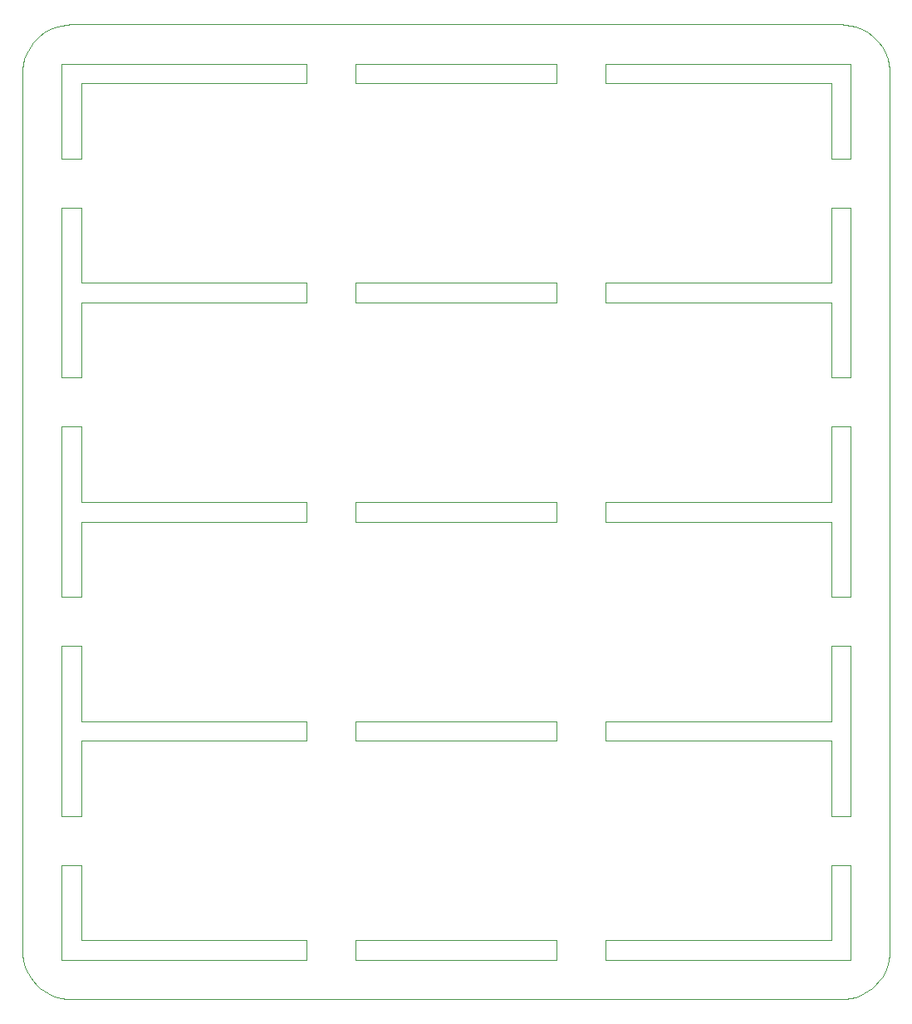
<source format=gbr>
%TF.GenerationSoftware,KiCad,Pcbnew,7.0.9*%
%TF.CreationDate,2023-12-02T23:05:05+09:00*%
%TF.ProjectId,kikit,6b696b69-742e-46b6-9963-61645f706362,rev?*%
%TF.SameCoordinates,Original*%
%TF.FileFunction,Profile,NP*%
%FSLAX46Y46*%
G04 Gerber Fmt 4.6, Leading zero omitted, Abs format (unit mm)*
G04 Created by KiCad (PCBNEW 7.0.9) date 2023-12-02 23:05:05*
%MOMM*%
%LPD*%
G01*
G04 APERTURE LIST*
%TA.AperFunction,Profile*%
%ADD10C,0.100000*%
%TD*%
G04 APERTURE END LIST*
D10*
X191592052Y-117451966D02*
X191884348Y-117057851D01*
X110273000Y-78300000D02*
X108273000Y-78300000D01*
X186727000Y-33660000D02*
X186727000Y-26000000D01*
X133257666Y-48320000D02*
X110273000Y-48320000D01*
X138257666Y-48320000D02*
X138257666Y-47320000D01*
X108273000Y-60980000D02*
X110273000Y-60980000D01*
X188727000Y-38660000D02*
X188727000Y-55980000D01*
X108273000Y-33660000D02*
X108273000Y-24000000D01*
X163742333Y-68640000D02*
X163742333Y-68640000D01*
X190504851Y-20842651D02*
X190083983Y-20590393D01*
X133257666Y-26000000D02*
X133257666Y-26000000D01*
X163742333Y-69640000D02*
X163742333Y-68640000D01*
X188702451Y-119183926D02*
X189178423Y-119064701D01*
X110273000Y-105620000D02*
X110273000Y-113280000D01*
X110273000Y-38660000D02*
X110273000Y-46320000D01*
X104863393Y-22643016D02*
X104653602Y-23086582D01*
X133257666Y-90960000D02*
X133257666Y-91960000D01*
X108273000Y-100620000D02*
X108273000Y-83300000D01*
X138257666Y-92960000D02*
X138257666Y-92960000D01*
X104488298Y-115731423D02*
X104653602Y-116193417D01*
X188217085Y-20024076D02*
X187727000Y-20000000D01*
X163742333Y-90960000D02*
X163742333Y-90960000D01*
X191884348Y-117057851D02*
X192136606Y-116636983D01*
X106101033Y-21134947D02*
X105737466Y-21464466D01*
X186727000Y-26000000D02*
X163742333Y-26000000D01*
X107821576Y-20215298D02*
X107359582Y-20380602D01*
X163742333Y-92960000D02*
X163742333Y-91960000D01*
X186727000Y-113280000D02*
X186727000Y-105620000D01*
X138257666Y-91960000D02*
X138257666Y-90960000D01*
X187727000Y-119280000D02*
X188217085Y-119255923D01*
X188727000Y-78300000D02*
X186727000Y-78300000D01*
X186727000Y-105620000D02*
X188727000Y-105620000D01*
X138257666Y-113280000D02*
X158742333Y-113280000D01*
X192346397Y-116193417D02*
X192511701Y-115731423D01*
X186727000Y-55980000D02*
X186727000Y-48320000D01*
X163742333Y-90960000D02*
X186727000Y-90960000D01*
X192136606Y-116636983D02*
X192346397Y-116193417D01*
X163742333Y-91960000D02*
X163742333Y-90960000D01*
X104369073Y-115255451D02*
X104488298Y-115731423D01*
X109273000Y-20000000D02*
X108782914Y-20024076D01*
X110273000Y-100620000D02*
X108273000Y-100620000D01*
X158742333Y-26000000D02*
X138257666Y-26000000D01*
X108273000Y-105620000D02*
X110273000Y-105620000D01*
X108782914Y-20024076D02*
X108297548Y-20096073D01*
X133257666Y-47320000D02*
X133257666Y-48320000D01*
X158742333Y-113280000D02*
X158742333Y-115280000D01*
X188727000Y-24000000D02*
X188727000Y-33660000D01*
X163742333Y-113280000D02*
X186727000Y-113280000D01*
X189640417Y-118899397D02*
X190083983Y-118689606D01*
X163742333Y-26000000D02*
X163742333Y-24000000D01*
X104488298Y-23548576D02*
X104369073Y-24024548D01*
X158742333Y-46320000D02*
X158742333Y-47320000D01*
X104653602Y-116193417D02*
X104863393Y-116636983D01*
X188727000Y-60980000D02*
X188727000Y-78300000D01*
X188727000Y-83300000D02*
X188727000Y-100620000D01*
X189178423Y-119064701D02*
X189640417Y-118899397D01*
X110273000Y-90960000D02*
X133257666Y-90960000D01*
X110273000Y-60980000D02*
X110273000Y-68640000D01*
X188727000Y-115280000D02*
X188727000Y-115280000D01*
X104273000Y-114280000D02*
X104297076Y-114770085D01*
X110273000Y-55980000D02*
X108273000Y-55980000D01*
X191262533Y-21464466D02*
X190898966Y-21134947D01*
X133257666Y-92960000D02*
X133257666Y-92960000D01*
X108273000Y-55980000D02*
X108273000Y-38660000D01*
X106101033Y-118145052D02*
X106495148Y-118437348D01*
X133257666Y-70640000D02*
X133257666Y-70640000D01*
X105115651Y-117057851D02*
X105407947Y-117451966D01*
X133257666Y-91960000D02*
X133257666Y-92960000D01*
X192511701Y-115731423D02*
X192630926Y-115255451D01*
X110273000Y-92960000D02*
X110273000Y-100620000D01*
X108273000Y-38660000D02*
X110273000Y-38660000D01*
X107821576Y-119064701D02*
X108297548Y-119183926D01*
X186727000Y-100620000D02*
X186727000Y-92960000D01*
X190504851Y-118437348D02*
X190898966Y-118145052D01*
X189640417Y-20380602D02*
X189178423Y-20215298D01*
X138257666Y-70640000D02*
X138257666Y-69640000D01*
X108273000Y-115280000D02*
X108273000Y-105620000D01*
X110273000Y-68640000D02*
X133257666Y-68640000D01*
X158742333Y-48320000D02*
X138257666Y-48320000D01*
X104863393Y-116636983D02*
X105115651Y-117057851D01*
X190083983Y-118689606D02*
X190504851Y-118437348D01*
X158742333Y-115280000D02*
X138257666Y-115280000D01*
X105737466Y-117815533D02*
X106101033Y-118145052D01*
X188727000Y-105620000D02*
X188727000Y-115280000D01*
X163742333Y-48320000D02*
X163742333Y-47320000D01*
X186727000Y-70640000D02*
X163742333Y-70640000D01*
X187727000Y-20000000D02*
X109273000Y-20000000D01*
X186727000Y-78300000D02*
X186727000Y-70640000D01*
X138257666Y-113280000D02*
X138257666Y-113280000D01*
X192727000Y-114280000D02*
X192727000Y-25000000D01*
X133257666Y-46320000D02*
X133257666Y-47320000D01*
X158742333Y-91960000D02*
X158742333Y-92960000D01*
X107359582Y-20380602D02*
X106916016Y-20590393D01*
X190083983Y-20590393D02*
X189640417Y-20380602D01*
X158742333Y-47320000D02*
X158742333Y-48320000D01*
X158742333Y-48320000D02*
X158742333Y-48320000D01*
X138257666Y-69640000D02*
X138257666Y-68640000D01*
X104369073Y-24024548D02*
X104297076Y-24509914D01*
X105737466Y-21464466D02*
X105407947Y-21828033D01*
X163742333Y-24000000D02*
X188727000Y-24000000D01*
X108782914Y-119255923D02*
X109273000Y-119280000D01*
X109273000Y-119280000D02*
X187727000Y-119280000D01*
X188727000Y-115280000D02*
X163742333Y-115280000D01*
X190898966Y-118145052D02*
X191262533Y-117815533D01*
X138257666Y-26000000D02*
X138257666Y-24000000D01*
X191592052Y-21828033D02*
X191262533Y-21464466D01*
X163742333Y-46320000D02*
X163742333Y-46320000D01*
X188727000Y-100620000D02*
X186727000Y-100620000D01*
X105407947Y-21828033D02*
X105115651Y-22222148D01*
X110273000Y-33660000D02*
X108273000Y-33660000D01*
X138257666Y-92960000D02*
X138257666Y-91960000D01*
X110273000Y-46320000D02*
X133257666Y-46320000D01*
X158742333Y-70640000D02*
X138257666Y-70640000D01*
X158742333Y-69640000D02*
X158742333Y-70640000D01*
X104297076Y-24509914D02*
X104273000Y-25000000D01*
X188727000Y-33660000D02*
X186727000Y-33660000D01*
X108273000Y-83300000D02*
X110273000Y-83300000D01*
X138257666Y-90960000D02*
X158742333Y-90960000D01*
X163742333Y-70640000D02*
X163742333Y-69640000D01*
X133257666Y-26000000D02*
X110273000Y-26000000D01*
X106495148Y-118437348D02*
X106916016Y-118689606D01*
X133257666Y-113280000D02*
X133257666Y-115280000D01*
X192630926Y-115255451D02*
X192702923Y-114770085D01*
X104297076Y-114770085D02*
X104369073Y-115255451D01*
X192136606Y-22643016D02*
X191884348Y-22222148D01*
X186727000Y-60980000D02*
X188727000Y-60980000D01*
X158742333Y-26000000D02*
X158742333Y-26000000D01*
X133257666Y-115280000D02*
X108273000Y-115280000D01*
X158742333Y-90960000D02*
X158742333Y-91960000D01*
X163742333Y-115280000D02*
X163742333Y-113280000D01*
X108273000Y-24000000D02*
X133257666Y-24000000D01*
X188727000Y-55980000D02*
X186727000Y-55980000D01*
X133257666Y-69640000D02*
X133257666Y-70640000D01*
X133257666Y-24000000D02*
X133257666Y-26000000D01*
X138257666Y-46320000D02*
X158742333Y-46320000D01*
X138257666Y-115280000D02*
X138257666Y-113280000D01*
X191884348Y-22222148D02*
X191592052Y-21828033D01*
X188702451Y-20096073D02*
X188217085Y-20024076D01*
X110273000Y-48320000D02*
X110273000Y-55980000D01*
X186727000Y-92960000D02*
X163742333Y-92960000D01*
X192630926Y-24024548D02*
X192630926Y-24024548D01*
X192511701Y-23548576D02*
X192346397Y-23086582D01*
X188727000Y-24000000D02*
X188727000Y-24000000D01*
X133257666Y-68640000D02*
X133257666Y-69640000D01*
X106916016Y-118689606D02*
X107359582Y-118899397D01*
X186727000Y-38660000D02*
X188727000Y-38660000D01*
X192630926Y-24024548D02*
X192511701Y-23548576D01*
X105407947Y-117451966D02*
X105737466Y-117815533D01*
X106495148Y-20842651D02*
X106101033Y-21134947D01*
X108297548Y-119183926D02*
X108782914Y-119255923D01*
X104273000Y-25000000D02*
X104273000Y-114280000D01*
X104653602Y-23086582D02*
X104488298Y-23548576D01*
X158742333Y-92960000D02*
X138257666Y-92960000D01*
X163742333Y-46320000D02*
X186727000Y-46320000D01*
X105115651Y-22222148D02*
X104863393Y-22643016D01*
X192702923Y-24509914D02*
X192630926Y-24024548D01*
X186727000Y-83300000D02*
X188727000Y-83300000D01*
X190898966Y-21134947D02*
X190504851Y-20842651D01*
X192702923Y-114770085D02*
X192727000Y-114280000D01*
X108273000Y-78300000D02*
X108273000Y-60980000D01*
X107359582Y-118899397D02*
X107821576Y-119064701D01*
X108297548Y-20096073D02*
X107821576Y-20215298D01*
X138257666Y-70640000D02*
X138257666Y-70640000D01*
X106916016Y-20590393D02*
X106495148Y-20842651D01*
X192346397Y-23086582D02*
X192136606Y-22643016D01*
X133257666Y-48320000D02*
X133257666Y-48320000D01*
X108273000Y-115280000D02*
X108273000Y-115280000D01*
X138257666Y-47320000D02*
X138257666Y-46320000D01*
X138257666Y-24000000D02*
X158742333Y-24000000D01*
X158742333Y-68640000D02*
X158742333Y-69640000D01*
X163742333Y-47320000D02*
X163742333Y-46320000D01*
X186727000Y-90960000D02*
X186727000Y-83300000D01*
X133257666Y-92960000D02*
X110273000Y-92960000D01*
X189178423Y-20215298D02*
X188702451Y-20096073D01*
X110273000Y-83300000D02*
X110273000Y-90960000D01*
X192727000Y-25000000D02*
X192702923Y-24509914D01*
X110273000Y-113280000D02*
X133257666Y-113280000D01*
X158742333Y-24000000D02*
X158742333Y-26000000D01*
X191262533Y-117815533D02*
X191592052Y-117451966D01*
X186727000Y-68640000D02*
X186727000Y-60980000D01*
X110273000Y-26000000D02*
X110273000Y-33660000D01*
X133257666Y-70640000D02*
X110273000Y-70640000D01*
X186727000Y-46320000D02*
X186727000Y-38660000D01*
X188217085Y-119255923D02*
X188702451Y-119183926D01*
X138257666Y-68640000D02*
X158742333Y-68640000D01*
X110273000Y-70640000D02*
X110273000Y-78300000D01*
X186727000Y-48320000D02*
X163742333Y-48320000D01*
X163742333Y-68640000D02*
X186727000Y-68640000D01*
M02*

</source>
